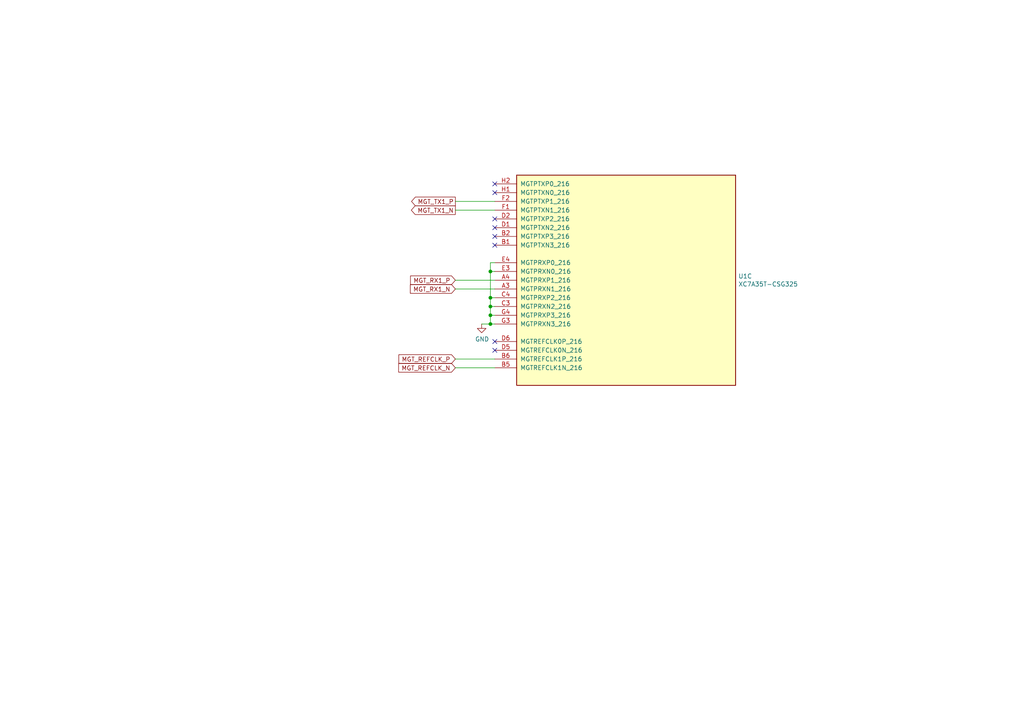
<source format=kicad_sch>
(kicad_sch (version 20211123) (generator eeschema)
  (paper "A4")
  (lib_symbols
    (symbol "fmc:XC7A35T-CSG325" (pin_names (offset 1.016))
      (property "Reference" "U" (at 0 1.27 0))
      (property "Value" "fmc_XC7A35T-CSG325" (at 0 -1.27 0))
      (symbol "XC7A35T-CSG325_1_1"
        (rectangle (start -44.45 67.31) (end 44.45 -73.66) (stroke (width 0.254)) (fill (type background)))
        (pin bidirectional line (at 50.8 27.94 180) (length 6.35) (name "IO_L5N_T0_AD9N_15") (number "A10"))
        (pin bidirectional line (at 50.8 17.78 180) (length 6.35) (name "IO_L7N_T1_AD2N_15") (number "A12"))
        (pin bidirectional line (at 50.8 15.24 180) (length 6.35) (name "IO_L8P_T1_AD10P_15") (number "A13"))
        (pin bidirectional line (at 50.8 12.7 180) (length 6.35) (name "IO_L8N_T1_AD10N_15") (number "A14"))
        (pin bidirectional line (at 50.8 2.54 180) (length 6.35) (name "IO_L10N_T1_AD11N_15") (number "A15"))
        (pin power_in line (at 25.4 73.66 270) (length 6.35) (name "VCCO_15") (number "A16"))
        (pin bidirectional line (at 50.8 -22.86 180) (length 6.35) (name "IO_L15N_T2_DQS_ADV_B_15") (number "A17"))
        (pin bidirectional line (at 50.8 38.1 180) (length 6.35) (name "IO_L3N_T0_DQS_AD1N_15") (number "A9"))
        (pin bidirectional line (at 50.8 30.48 180) (length 6.35) (name "IO_L5P_T0_AD9P_15") (number "B10"))
        (pin bidirectional line (at 50.8 33.02 180) (length 6.35) (name "IO_L4N_T0_15") (number "B11"))
        (pin bidirectional line (at 50.8 20.32 180) (length 6.35) (name "IO_L7P_T1_AD2P_15") (number "B12"))
        (pin power_in line (at 27.94 73.66 270) (length 6.35) (name "VCCO_15") (number "B13"))
        (pin bidirectional line (at 50.8 5.08 180) (length 6.35) (name "IO_L10P_T1_AD11P_15") (number "B14"))
        (pin bidirectional line (at 50.8 7.62 180) (length 6.35) (name "IO_L9N_T1_DQS_AD3N_15") (number "B15"))
        (pin bidirectional line (at 50.8 -20.32 180) (length 6.35) (name "IO_L15P_T2_DQS_15") (number "B16"))
        (pin bidirectional line (at 50.8 -27.94 180) (length 6.35) (name "IO_L16N_T2_A27_15") (number "B17"))
        (pin bidirectional line (at 50.8 40.64 180) (length 6.35) (name "IO_L3P_T0_DQS_AD1P_15") (number "B9"))
        (pin power_in line (at 30.48 73.66 270) (length 6.35) (name "VCCO_15") (number "C10"))
        (pin bidirectional line (at 50.8 35.56 180) (length 6.35) (name "IO_L4P_T0_15") (number "C11"))
        (pin bidirectional line (at 50.8 22.86 180) (length 6.35) (name "IO_L6N_T0_VREF_15") (number "C12"))
        (pin bidirectional line (at 50.8 -2.54 180) (length 6.35) (name "IO_L11N_T1_SRCC_15") (number "C13"))
        (pin bidirectional line (at 50.8 10.16 180) (length 6.35) (name "IO_L9P_T1_DQS_AD3P_15") (number "C14"))
        (pin bidirectional line (at 50.8 -25.4 180) (length 6.35) (name "IO_L16P_T2_A28_15") (number "C16"))
        (pin bidirectional line (at 50.8 -35.56 180) (length 6.35) (name "IO_L18P_T2_A24_15") (number "C17"))
        (pin bidirectional line (at 50.8 -38.1 180) (length 6.35) (name "IO_L18N_T2_A23_15") (number "C18"))
        (pin bidirectional line (at 50.8 48.26 180) (length 6.35) (name "IO_L1N_T0_AD0N_15") (number "C8"))
        (pin bidirectional line (at 50.8 43.18 180) (length 6.35) (name "IO_L2N_T0_AD8N_15") (number "C9"))
        (pin bidirectional line (at 50.8 53.34 180) (length 6.35) (name "IO_0_15") (number "D10"))
        (pin bidirectional line (at 50.8 25.4 180) (length 6.35) (name "IO_L6P_T0_15") (number "D11"))
        (pin bidirectional line (at 50.8 0 180) (length 6.35) (name "IO_L11P_T1_SRCC_15") (number "D13"))
        (pin bidirectional line (at 50.8 -7.62 180) (length 6.35) (name "IO_L12N_T1_MRCC_15") (number "D14"))
        (pin bidirectional line (at 50.8 -12.7 180) (length 6.35) (name "IO_L13N_T2_MRCC_15") (number "D15"))
        (pin bidirectional line (at 50.8 -17.78 180) (length 6.35) (name "IO_L14N_T2_SRCC_15") (number "D16"))
        (pin power_in line (at 33.02 73.66 270) (length 6.35) (name "VCCO_15") (number "D17"))
        (pin bidirectional line (at 50.8 -33.02 180) (length 6.35) (name "IO_L17N_T2_A25_15") (number "D18"))
        (pin bidirectional line (at 50.8 50.8 180) (length 6.35) (name "IO_L1P_T0_AD0P_15") (number "D8"))
        (pin bidirectional line (at 50.8 45.72 180) (length 6.35) (name "IO_L2P_T0_AD8P_15") (number "D9"))
        (pin bidirectional line (at 50.8 -5.08 180) (length 6.35) (name "IO_L12P_T1_MRCC_15") (number "E13"))
        (pin power_in line (at 35.56 73.66 270) (length 6.35) (name "VCCO_15") (number "E14"))
        (pin bidirectional line (at 50.8 -10.16 180) (length 6.35) (name "IO_L13P_T2_MRCC_15") (number "E15"))
        (pin bidirectional line (at 50.8 -15.24 180) (length 6.35) (name "IO_L14P_T2_SRCC_15") (number "E16"))
        (pin bidirectional line (at 50.8 -30.48 180) (length 6.35) (name "IO_L17P_T2_A26_15") (number "E17"))
        (pin bidirectional line (at 50.8 -68.58 180) (length 6.35) (name "IO_L24N_T3_RS0_15") (number "E18"))
        (pin bidirectional line (at 50.8 -58.42 180) (length 6.35) (name "IO_L22N_T3_A16_15") (number "F14"))
        (pin bidirectional line (at 50.8 -53.34 180) (length 6.35) (name "IO_L21N_T3_DQS_A18_15") (number "F15"))
        (pin bidirectional line (at 50.8 -66.04 180) (length 6.35) (name "IO_L24P_T3_RS1_15") (number "F17"))
        (pin bidirectional line (at 50.8 -43.18 180) (length 6.35) (name "IO_L19N_T3_A21_VREF_15") (number "F18"))
        (pin bidirectional line (at 50.8 -55.88 180) (length 6.35) (name "IO_L22P_T3_A17_15") (number "G14"))
        (pin bidirectional line (at 50.8 -50.8 180) (length 6.35) (name "IO_L21P_T3_DQS_15") (number "G15"))
        (pin bidirectional line (at 50.8 -48.26 180) (length 6.35) (name "IO_L20N_T3_A19_15") (number "G16"))
        (pin bidirectional line (at 50.8 -40.64 180) (length 6.35) (name "IO_L19P_T3_A22_15") (number "G17"))
        (pin power_in line (at 38.1 73.66 270) (length 6.35) (name "VCCO_15") (number "G18"))
        (pin bidirectional line (at 50.8 -71.12 180) (length 6.35) (name "IO_25_15") (number "H14"))
        (pin power_in line (at 40.64 73.66 270) (length 6.35) (name "VCCO_15") (number "H15"))
        (pin bidirectional line (at 50.8 -45.72 180) (length 6.35) (name "IO_L20P_T3_A20_15") (number "H16"))
        (pin bidirectional line (at 50.8 -60.96 180) (length 6.35) (name "IO_L23P_T3_FOE_B_15") (number "H17"))
        (pin bidirectional line (at 50.8 -63.5 180) (length 6.35) (name "IO_L23N_T3_FWE_B_15") (number "H18"))
        (pin bidirectional line (at -50.8 30.48 0) (length 6.35) (name "IO_L5P_T0_D06_14") (number "J14"))
        (pin bidirectional line (at -50.8 45.72 0) (length 6.35) (name "IO_L2P_T0_D02_14") (number "J15"))
        (pin bidirectional line (at -50.8 43.18 0) (length 6.35) (name "IO_L2N_T0_D03_14") (number "J16"))
        (pin bidirectional line (at -50.8 40.64 0) (length 6.35) (name "IO_L3P_T0_DQS_PUDC_B_14") (number "J18"))
        (pin bidirectional line (at -50.8 27.94 0) (length 6.35) (name "IO_L5N_T0_D07_14") (number "K15"))
        (pin bidirectional line (at -50.8 50.8 0) (length 6.35) (name "IO_L1P_T0_D00_MOSI_14") (number "K16"))
        (pin bidirectional line (at -50.8 35.56 0) (length 6.35) (name "IO_L4P_T0_D04_14") (number "K17"))
        (pin bidirectional line (at -50.8 38.1 0) (length 6.35) (name "IO_L3N_T0_DQS_EMCCLK_14") (number "K18"))
        (pin bidirectional line (at -50.8 53.34 0) (length 6.35) (name "IO_0_14") (number "L14"))
        (pin bidirectional line (at -50.8 25.4 0) (length 6.35) (name "IO_L6P_T0_FCS_B_14") (number "L15"))
        (pin power_in line (at -40.64 73.66 270) (length 6.35) (name "VCCO_14") (number "L16"))
        (pin bidirectional line (at -50.8 48.26 0) (length 6.35) (name "IO_L1N_T0_D01_DIN_14") (number "L17"))
        (pin bidirectional line (at -50.8 33.02 0) (length 6.35) (name "IO_L4N_T0_D05_14") (number "L18"))
        (pin bidirectional line (at -50.8 15.24 0) (length 6.35) (name "IO_L8P_T1_D11_14") (number "M14"))
        (pin bidirectional line (at -50.8 22.86 0) (length 6.35) (name "IO_L6N_T0_D08_VREF_14") (number "M15"))
        (pin bidirectional line (at -50.8 20.32 0) (length 6.35) (name "IO_L7P_T1_D09_14") (number "M16"))
        (pin bidirectional line (at -50.8 17.78 0) (length 6.35) (name "IO_L7N_T1_D10_14") (number "M17"))
        (pin bidirectional line (at -50.8 12.7 0) (length 6.35) (name "IO_L8N_T1_D12_14") (number "N14"))
        (pin bidirectional line (at -50.8 10.16 0) (length 6.35) (name "IO_L9P_T1_DQS_14") (number "N16"))
        (pin bidirectional line (at -50.8 7.62 0) (length 6.35) (name "IO_L9N_T1_DQS_D13_14") (number "N17"))
        (pin bidirectional line (at -50.8 5.08 0) (length 6.35) (name "IO_L10P_T1_D14_14") (number "N18"))
        (pin bidirectional line (at -50.8 -5.08 0) (length 6.35) (name "IO_L12P_T1_MRCC_14") (number "P14"))
        (pin bidirectional line (at -50.8 0 0) (length 6.35) (name "IO_L11P_T1_SRCC_14") (number "P15"))
        (pin bidirectional line (at -50.8 -2.54 0) (length 6.35) (name "IO_L11N_T1_SRCC_14") (number "P16"))
        (pin power_in line (at -38.1 73.66 270) (length 6.35) (name "VCCO_14") (number "P17"))
        (pin bidirectional line (at -50.8 2.54 0) (length 6.35) (name "IO_L10N_T1_D15_14") (number "P18"))
        (pin bidirectional line (at -50.8 -40.64 0) (length 6.35) (name "IO_L19P_T3_A10_D26_14") (number "R13"))
        (pin power_in line (at -35.56 73.66 270) (length 6.35) (name "VCCO_14") (number "R14"))
        (pin bidirectional line (at -50.8 -7.62 0) (length 6.35) (name "IO_L12N_T1_MRCC_14") (number "R15"))
        (pin bidirectional line (at -50.8 -15.24 0) (length 6.35) (name "IO_L14P_T2_SRCC_14") (number "R16"))
        (pin bidirectional line (at -50.8 -17.78 0) (length 6.35) (name "IO_L14N_T2_SRCC_14") (number "R17"))
        (pin bidirectional line (at -50.8 -20.32 0) (length 6.35) (name "IO_L15P_T2_DQS_RDWR_B_14") (number "R18"))
        (pin power_in line (at -33.02 73.66 270) (length 6.35) (name "VCCO_14") (number "T11"))
        (pin bidirectional line (at -50.8 -55.88 0) (length 6.35) (name "IO_L22P_T3_A05_D21_14") (number "T12"))
        (pin bidirectional line (at -50.8 -43.18 0) (length 6.35) (name "IO_L19N_T3_A09_D25_VREF_14") (number "T13"))
        (pin bidirectional line (at -50.8 -10.16 0) (length 6.35) (name "IO_L13P_T2_MRCC_14") (number "T14"))
        (pin bidirectional line (at -50.8 -12.7 0) (length 6.35) (name "IO_L13N_T2_MRCC_14") (number "T15"))
        (pin bidirectional line (at -50.8 -25.4 0) (length 6.35) (name "IO_L16P_T2_CSI_B_14") (number "T17"))
        (pin bidirectional line (at -50.8 -22.86 0) (length 6.35) (name "IO_L15N_T2_DQS_DOUT_CSO_B_14") (number "T18"))
        (pin bidirectional line (at -50.8 -71.12 0) (length 6.35) (name "IO_25_14") (number "U10"))
        (pin bidirectional line (at -50.8 -60.96 0) (length 6.35) (name "IO_L23P_T3_A03_D19_14") (number "U11"))
        (pin bidirectional line (at -50.8 -58.42 0) (length 6.35) (name "IO_L22N_T3_A04_D20_14") (number "U12"))
        (pin bidirectional line (at -50.8 -45.72 0) (length 6.35) (name "IO_L20P_T3_A08_D24_14") (number "U14"))
        (pin bidirectional line (at -50.8 -30.48 0) (length 6.35) (name "IO_L17P_T2_A14_D30_14") (number "U15"))
        (pin bidirectional line (at -50.8 -33.02 0) (length 6.35) (name "IO_L17N_T2_A13_D29_14") (number "U16"))
        (pin bidirectional line (at -50.8 -27.94 0) (length 6.35) (name "IO_L16N_T2_A15_D31_14") (number "U17"))
        (pin power_in line (at -27.94 73.66 270) (length 6.35) (name "VCCO_14") (number "U18"))
        (pin power_in line (at -30.48 73.66 270) (length 6.35) (name "VCCO_14") (number "U8"))
        (pin bidirectional line (at -50.8 -66.04 0) (length 6.35) (name "IO_L24P_T3_A01_D17_14") (number "U9"))
        (pin bidirectional line (at -50.8 -63.5 0) (length 6.35) (name "IO_L23N_T3_A02_D18_14") (number "V11"))
        (pin bidirectional line (at -50.8 -50.8 0) (length 6.35) (name "IO_L21P_T3_DQS_14") (number "V12"))
        (pin bidirectional line (at -50.8 -53.34 0) (length 6.35) (name "IO_L21N_T3_DQS_A06_D22_14") (number "V13"))
        (pin bidirectional line (at -50.8 -48.26 0) (length 6.35) (name "IO_L20N_T3_A07_D23_14") (number "V14"))
        (pin power_in line (at -25.4 73.66 270) (length 6.35) (name "VCCO_14") (number "V15"))
        (pin bidirectional line (at -50.8 -35.56 0) (length 6.35) (name "IO_L18P_T2_A12_D28_14") (number "V16"))
        (pin bidirectional line (at -50.8 -38.1 0) (length 6.35) (name "IO_L18N_T2_A11_D27_14") (number "V17"))
        (pin bidirectional line (at -50.8 -68.58 0) (length 6.35) (name "IO_L24N_T3_A00_D16_14") (number "V9"))
      )
      (symbol "XC7A35T-CSG325_2_1"
        (rectangle (start -44.45 67.31) (end 44.45 -73.66) (stroke (width 0.254)) (fill (type background)))
        (pin bidirectional line (at -50.8 43.18 0) (length 6.35) (name "IO_L2N_T0_34") (number "J4"))
        (pin bidirectional line (at -50.8 45.72 0) (length 6.35) (name "IO_L2P_T0_34") (number "J5"))
        (pin bidirectional line (at -50.8 53.34 0) (length 6.35) (name "IO_0_34") (number "J6"))
        (pin bidirectional line (at -50.8 38.1 0) (length 6.35) (name "IO_L3N_T0_DQS_34") (number "K1"))
        (pin bidirectional line (at -50.8 40.64 0) (length 6.35) (name "IO_L3P_T0_DQS_34") (number "K2"))
        (pin bidirectional line (at -50.8 35.56 0) (length 6.35) (name "IO_L4P_T0_34") (number "K3"))
        (pin bidirectional line (at -50.8 48.26 0) (length 6.35) (name "IO_L1N_T0_34") (number "K5"))
        (pin bidirectional line (at -50.8 50.8 0) (length 6.35) (name "IO_L1P_T0_34") (number "K6"))
        (pin bidirectional line (at -50.8 33.02 0) (length 6.35) (name "IO_L4N_T0_34") (number "L2"))
        (pin bidirectional line (at -50.8 27.94 0) (length 6.35) (name "IO_L5N_T0_34") (number "L3"))
        (pin bidirectional line (at -50.8 30.48 0) (length 6.35) (name "IO_L5P_T0_34") (number "L4"))
        (pin bidirectional line (at -50.8 25.4 0) (length 6.35) (name "IO_L6P_T0_34") (number "L5"))
        (pin power_in line (at -40.64 73.66 270) (length 6.35) (name "VCCO_34") (number "L6"))
        (pin bidirectional line (at -50.8 17.78 0) (length 6.35) (name "IO_L7N_T1_34") (number "M1"))
        (pin bidirectional line (at -50.8 20.32 0) (length 6.35) (name "IO_L7P_T1_34") (number "M2"))
        (pin power_in line (at -38.1 73.66 270) (length 6.35) (name "VCCO_34") (number "M3"))
        (pin bidirectional line (at -50.8 5.08 0) (length 6.35) (name "IO_L10P_T1_34") (number "M4"))
        (pin bidirectional line (at -50.8 22.86 0) (length 6.35) (name "IO_L6N_T0_VREF_34") (number "M5"))
        (pin bidirectional line (at -50.8 15.24 0) (length 6.35) (name "IO_L8P_T1_34") (number "M6"))
        (pin bidirectional line (at -50.8 10.16 0) (length 6.35) (name "IO_L9P_T1_DQS_34") (number "N1"))
        (pin bidirectional line (at -50.8 -2.54 0) (length 6.35) (name "IO_L11N_T1_SRCC_34") (number "N2"))
        (pin bidirectional line (at -50.8 0 0) (length 6.35) (name "IO_L11P_T1_SRCC_34") (number "N3"))
        (pin bidirectional line (at -50.8 2.54 0) (length 6.35) (name "IO_L10N_T1_34") (number "N4"))
        (pin bidirectional line (at -50.8 12.7 0) (length 6.35) (name "IO_L8N_T1_34") (number "N6"))
        (pin bidirectional line (at -50.8 7.62 0) (length 6.35) (name "IO_L9N_T1_DQS_34") (number "P1"))
        (pin bidirectional line (at -50.8 -7.62 0) (length 6.35) (name "IO_L12N_T1_MRCC_34") (number "P3"))
        (pin bidirectional line (at -50.8 -5.08 0) (length 6.35) (name "IO_L12P_T1_MRCC_34") (number "P4"))
        (pin bidirectional line (at -50.8 -43.18 0) (length 6.35) (name "IO_L19N_T3_VREF_34") (number "P5"))
        (pin bidirectional line (at -50.8 -40.64 0) (length 6.35) (name "IO_L19P_T3_34") (number "P6"))
        (pin power_in line (at -35.56 73.66 270) (length 6.35) (name "VCCO_34") (number "P7"))
        (pin bidirectional line (at -50.8 -12.7 0) (length 6.35) (name "IO_L13N_T2_MRCC_34") (number "R1"))
        (pin bidirectional line (at -50.8 -10.16 0) (length 6.35) (name "IO_L13P_T2_MRCC_34") (number "R2"))
        (pin bidirectional line (at -50.8 -15.24 0) (length 6.35) (name "IO_L14P_T2_SRCC_34") (number "R3"))
        (pin power_in line (at -33.02 73.66 270) (length 6.35) (name "VCCO_34") (number "R4"))
        (pin bidirectional line (at -50.8 -50.8 0) (length 6.35) (name "IO_L21P_T3_DQS_34") (number "R5"))
        (pin bidirectional line (at -50.8 -71.12 0) (length 6.35) (name "IO_25_34") (number "R6"))
        (pin bidirectional line (at -50.8 -55.88 0) (length 6.35) (name "IO_L22P_T3_34") (number "R7"))
        (pin power_in line (at -30.48 73.66 270) (length 6.35) (name "VCCO_34") (number "T1"))
        (pin bidirectional line (at -50.8 -17.78 0) (length 6.35) (name "IO_L14N_T2_SRCC_34") (number "T2"))
        (pin bidirectional line (at -50.8 -33.02 0) (length 6.35) (name "IO_L17N_T2_34") (number "T3"))
        (pin bidirectional line (at -50.8 -30.48 0) (length 6.35) (name "IO_L17P_T2_34") (number "T4"))
        (pin bidirectional line (at -50.8 -53.34 0) (length 6.35) (name "IO_L21N_T3_DQS_34") (number "T5"))
        (pin bidirectional line (at -50.8 -58.42 0) (length 6.35) (name "IO_L22N_T3_34") (number "T7"))
        (pin bidirectional line (at -50.8 -22.86 0) (length 6.35) (name "IO_L15N_T2_DQS_34") (number "U1"))
        (pin bidirectional line (at -50.8 -20.32 0) (length 6.35) (name "IO_L15P_T2_DQS_34") (number "U2"))
        (pin bidirectional line (at -50.8 -35.56 0) (length 6.35) (name "IO_L18P_T2_34") (number "U4"))
        (pin bidirectional line (at -50.8 -48.26 0) (length 6.35) (name "IO_L20N_T3_34") (number "U5"))
        (pin bidirectional line (at -50.8 -45.72 0) (length 6.35) (name "IO_L20P_T3_34") (number "U6"))
        (pin bidirectional line (at -50.8 -60.96 0) (length 6.35) (name "IO_L23P_T3_34") (number "U7"))
        (pin bidirectional line (at -50.8 -27.94 0) (length 6.35) (name "IO_L16N_T2_34") (number "V2"))
        (pin bidirectional line (at -50.8 -25.4 0) (length 6.35) (name "IO_L16P_T2_34") (number "V3"))
        (pin bidirectional line (at -50.8 -38.1 0) (length 6.35) (name "IO_L18N_T2_34") (number "V4"))
        (pin power_in line (at -27.94 73.66 270) (length 6.35) (name "VCCO_34") (number "V5"))
        (pin bidirectional line (at -50.8 -63.5 0) (length 6.35) (name "IO_L23N_T3_34") (number "V6"))
        (pin bidirectional line (at -50.8 -68.58 0) (length 6.35) (name "IO_L24N_T3_34") (number "V7"))
        (pin bidirectional line (at -50.8 -66.04 0) (length 6.35) (name "IO_L24P_T3_34") (number "V8"))
      )
      (symbol "XC7A35T-CSG325_3_1"
        (rectangle (start -31.75 30.48) (end 31.75 -30.48) (stroke (width 0.254)) (fill (type background)))
        (pin input line (at -38.1 -2.54 0) (length 6.35) (name "MGTPRXN1_216") (number "A3"))
        (pin input line (at -38.1 0 0) (length 6.35) (name "MGTPRXP1_216") (number "A4"))
        (pin output line (at -38.1 10.16 0) (length 6.35) (name "MGTPTXN3_216") (number "B1"))
        (pin output line (at -38.1 12.7 0) (length 6.35) (name "MGTPTXP3_216") (number "B2"))
        (pin input line (at -38.1 -25.4 0) (length 6.35) (name "MGTREFCLK1N_216") (number "B5"))
        (pin input line (at -38.1 -22.86 0) (length 6.35) (name "MGTREFCLK1P_216") (number "B6"))
        (pin input line (at -38.1 -7.62 0) (length 6.35) (name "MGTPRXN2_216") (number "C3"))
        (pin input line (at -38.1 -5.08 0) (length 6.35) (name "MGTPRXP2_216") (number "C4"))
        (pin output line (at -38.1 15.24 0) (length 6.35) (name "MGTPTXN2_216") (number "D1"))
        (pin output line (at -38.1 17.78 0) (length 6.35) (name "MGTPTXP2_216") (number "D2"))
        (pin input line (at -38.1 -20.32 0) (length 6.35) (name "MGTREFCLK0N_216") (number "D5"))
        (pin input line (at -38.1 -17.78 0) (length 6.35) (name "MGTREFCLK0P_216") (number "D6"))
        (pin input line (at -38.1 2.54 0) (length 6.35) (name "MGTPRXN0_216") (number "E3"))
        (pin input line (at -38.1 5.08 0) (length 6.35) (name "MGTPRXP0_216") (number "E4"))
        (pin output line (at -38.1 20.32 0) (length 6.35) (name "MGTPTXN1_216") (number "F1"))
        (pin output line (at -38.1 22.86 0) (length 6.35) (name "MGTPTXP1_216") (number "F2"))
        (pin input line (at -38.1 -12.7 0) (length 6.35) (name "MGTPRXN3_216") (number "G3"))
        (pin input line (at -38.1 -10.16 0) (length 6.35) (name "MGTPRXP3_216") (number "G4"))
        (pin output line (at -38.1 25.4 0) (length 6.35) (name "MGTPTXN0_216") (number "H1"))
        (pin output line (at -38.1 27.94 0) (length 6.35) (name "MGTPTXP0_216") (number "H2"))
      )
      (symbol "XC7A35T-CSG325_4_1"
        (rectangle (start -31.75 10.16) (end 31.75 -10.16) (stroke (width 0.254)) (fill (type background)))
        (pin power_in line (at 38.1 7.62 180) (length 6.35) (name "MGTAVTT") (number "A2"))
        (pin power_in line (at 38.1 -7.62 180) (length 6.35) (name "MGTRREF_216") (number "A6"))
        (pin power_in line (at -38.1 7.62 0) (length 6.35) (name "MGTAVCC") (number "B4"))
        (pin power_in line (at 38.1 5.08 180) (length 6.35) (name "MGTAVTT") (number "C1"))
        (pin power_in line (at -38.1 5.08 0) (length 6.35) (name "MGTAVCC") (number "C5"))
        (pin power_in line (at 38.1 2.54 180) (length 6.35) (name "MGTAVTT") (number "E1"))
        (pin power_in line (at -38.1 2.54 0) (length 6.35) (name "MGTAVCC") (number "E5"))
        (pin power_in line (at 38.1 0 180) (length 6.35) (name "MGTAVTT") (number "F3"))
        (pin power_in line (at -38.1 0 0) (length 6.35) (name "MGTAVCC") (number "F5"))
        (pin power_in line (at 38.1 -2.54 180) (length 6.35) (name "MGTAVTT") (number "G2"))
      )
      (symbol "XC7A35T-CSG325_5_1"
        (rectangle (start -31.75 34.29) (end 31.75 -40.64) (stroke (width 0.254)) (fill (type background)))
        (pin power_in line (at 25.4 40.64 270) (length 6.35) (name "VCCO_0") (number "E10"))
        (pin input line (at 38.1 -15.24 180) (length 6.35) (name "CFGBVS_0") (number "E12"))
        (pin output line (at 38.1 7.62 180) (length 6.35) (name "CCLK_0") (number "E8"))
        (pin bidirectional line (at 38.1 -5.08 180) (length 6.35) (name "DONE_0") (number "F12"))
        (pin input line (at 38.1 0 180) (length 6.35) (name "M2_0") (number "F13"))
        (pin bidirectional line (at 38.1 12.7 180) (length 6.35) (name "TCK_0") (number "F8"))
        (pin input line (at 38.1 -20.32 180) (length 6.35) (name "VP_0") (number "K10"))
        (pin input line (at 38.1 -30.48 180) (length 6.35) (name "VREFN_0") (number "K9"))
        (pin input line (at 38.1 -27.94 180) (length 6.35) (name "VREFP_0") (number "L10"))
        (pin input line (at 38.1 -22.86 180) (length 6.35) (name "VN_0") (number "L9"))
        (pin bidirectional line (at 38.1 -35.56 180) (length 6.35) (name "DXP_0") (number "M10"))
        (pin bidirectional line (at 38.1 -38.1 180) (length 6.35) (name "DXN_0") (number "M9"))
        (pin bidirectional line (at 38.1 -10.16 180) (length 6.35) (name "PROGRAM_B_0") (number "P10"))
        (pin power_in line (at 27.94 40.64 270) (length 6.35) (name "VCCO_0") (number "R10"))
        (pin input line (at 38.1 2.54 180) (length 6.35) (name "M1_0") (number "R11"))
        (pin input line (at 38.1 5.08 180) (length 6.35) (name "M0_0") (number "R12"))
        (pin bidirectional line (at 38.1 15.24 180) (length 6.35) (name "TMS_0") (number "R8"))
        (pin bidirectional line (at 38.1 -7.62 180) (length 6.35) (name "INIT_B_0") (number "T10"))
        (pin bidirectional line (at 38.1 17.78 180) (length 6.35) (name "TDO_0") (number "T8"))
        (pin bidirectional line (at 38.1 20.32 180) (length 6.35) (name "TDI_0") (number "T9"))
      )
      (symbol "XC7A35T-CSG325_6_1"
        (rectangle (start -19.05 73.66) (end 19.05 -73.66) (stroke (width 0.254)) (fill (type background)))
        (pin power_in line (at -25.4 22.86 0) (length 6.35) (name "GND") (number "A1"))
        (pin power_in line (at -25.4 12.7 0) (length 6.35) (name "GND") (number "A11"))
        (pin power_in line (at -25.4 10.16 0) (length 6.35) (name "GND") (number "A18"))
        (pin power_in line (at -25.4 20.32 0) (length 6.35) (name "GND") (number "A5"))
        (pin power_in line (at -25.4 17.78 0) (length 6.35) (name "GND") (number "A7"))
        (pin power_in line (at -25.4 15.24 0) (length 6.35) (name "GND") (number "A8"))
        (pin power_in line (at -25.4 0 0) (length 6.35) (name "GND") (number "B18"))
        (pin power_in line (at -25.4 7.62 0) (length 6.35) (name "GND") (number "B3"))
        (pin power_in line (at -25.4 5.08 0) (length 6.35) (name "GND") (number "B7"))
        (pin power_in line (at -25.4 2.54 0) (length 6.35) (name "GND") (number "B8"))
        (pin power_in line (at -25.4 -10.16 0) (length 6.35) (name "GND") (number "C15"))
        (pin power_in line (at -25.4 -2.54 0) (length 6.35) (name "GND") (number "C2"))
        (pin power_in line (at -25.4 -5.08 0) (length 6.35) (name "GND") (number "C6"))
        (pin power_in line (at -25.4 -7.62 0) (length 6.35) (name "GND") (number "C7"))
        (pin power_in line (at -25.4 -20.32 0) (length 6.35) (name "GND") (number "D12"))
        (pin power_in line (at -25.4 -12.7 0) (length 6.35) (name "GND") (number "D3"))
        (pin power_in line (at -25.4 -15.24 0) (length 6.35) (name "GND") (number "D4"))
        (pin power_in line (at -25.4 -17.78 0) (length 6.35) (name "GND") (number "D7"))
        (pin power_in line (at -25.4 50.8 0) (length 6.35) (name "VCCBATT_0") (number "E11"))
        (pin power_in line (at -25.4 -22.86 0) (length 6.35) (name "GND") (number "E2"))
        (pin power_in line (at -25.4 -25.4 0) (length 6.35) (name "GND") (number "E6"))
        (pin power_in line (at -25.4 -27.94 0) (length 6.35) (name "GND") (number "E7"))
        (pin power_in line (at -25.4 -30.48 0) (length 6.35) (name "GND") (number "E9"))
        (pin power_in line (at -25.4 -38.1 0) (length 6.35) (name "GND") (number "F10"))
        (pin power_in line (at -25.4 48.26 0) (length 6.35) (name "VCCBRAM") (number "F11"))
        (pin power_in line (at -25.4 -40.64 0) (length 6.35) (name "GND") (number "F16"))
        (pin power_in line (at -25.4 -33.02 0) (length 6.35) (name "GND") (number "F4"))
        (pin power_in line (at -25.4 -35.56 0) (length 6.35) (name "GND") (number "F6"))
        (pin power_in line (at 25.4 71.12 180) (length 6.35) (name "VCCINT") (number "F7"))
        (pin power_in line (at 25.4 68.58 180) (length 6.35) (name "VCCINT") (number "F9"))
        (pin power_in line (at -25.4 -43.18 0) (length 6.35) (name "GND") (number "G1"))
        (pin power_in line (at -25.4 45.72 0) (length 6.35) (name "VCCBRAM") (number "G10"))
        (pin power_in line (at -25.4 -55.88 0) (length 6.35) (name "GND") (number "G11"))
        (pin power_in line (at -25.4 71.12 0) (length 6.35) (name "VCCAUX") (number "G12"))
        (pin power_in line (at -25.4 -58.42 0) (length 6.35) (name "GND") (number "G13"))
        (pin power_in line (at -25.4 -45.72 0) (length 6.35) (name "GND") (number "G5"))
        (pin power_in line (at -25.4 -48.26 0) (length 6.35) (name "GND") (number "G6"))
        (pin power_in line (at -25.4 -50.8 0) (length 6.35) (name "GND") (number "G7"))
        (pin power_in line (at 25.4 66.04 180) (length 6.35) (name "VCCINT") (number "G8"))
        (pin power_in line (at -25.4 -53.34 0) (length 6.35) (name "GND") (number "G9"))
        (pin power_in line (at 25.4 20.32 180) (length 6.35) (name "GND") (number "H10"))
        (pin power_in line (at -25.4 43.18 0) (length 6.35) (name "VCCBRAM") (number "H11"))
        (pin power_in line (at 25.4 17.78 180) (length 6.35) (name "GND") (number "H12"))
        (pin power_in line (at -25.4 68.58 0) (length 6.35) (name "VCCAUX") (number "H13"))
        (pin power_in line (at -25.4 -60.96 0) (length 6.35) (name "GND") (number "H3"))
        (pin power_in line (at -25.4 -63.5 0) (length 6.35) (name "GND") (number "H4"))
        (pin power_in line (at -25.4 -66.04 0) (length 6.35) (name "GND") (number "H5"))
        (pin power_in line (at -25.4 -68.58 0) (length 6.35) (name "GND") (number "H6"))
        (pin power_in line (at 25.4 63.5 180) (length 6.35) (name "VCCINT") (number "H7"))
        (pin power_in line (at -25.4 -71.12 0) (length 6.35) (name "GND") (number "H8"))
        (pin power_in line (at 25.4 60.96 180) (length 6.35) (name "VCCINT") (number "H9"))
        (pin power_in line (at 25.4 15.24 180) (length 6.35) (name "GND") (number "J1"))
        (pin power_in line (at -25.4 53.34 0) (length 6.35) (name "VCCADC_0") (number "J10"))
        (pin power_in line (at 25.4 5.08 180) (length 6.35) (name "GND") (number "J11"))
        (pin power_in line (at 25.4 55.88 180) (length 6.35) (name "VCCINT") (number "J12"))
        (pin power_in line (at 25.4 2.54 180) (length 6.35) (name "GND") (number "J13"))
        (pin power_in line (at 25.4 0 180) (length 6.35) (name "GND") (number "J17"))
        (pin power_in line (at 25.4 12.7 180) (length 6.35) (name "GND") (number "J2"))
        (pin power_in line (at 25.4 10.16 180) (length 6.35) (name "GND") (number "J3"))
        (pin power_in line (at 25.4 7.62 180) (length 6.35) (name "GND") (number "J7"))
        (pin power_in line (at 25.4 58.42 180) (length 6.35) (name "VCCINT") (number "J8"))
        (pin power_in line (at -25.4 55.88 0) (length 6.35) (name "GNDADC_0") (number "J9"))
        (pin power_in line (at 25.4 50.8 180) (length 6.35) (name "VCCINT") (number "K11"))
        (pin power_in line (at 25.4 -7.62 180) (length 6.35) (name "GND") (number "K12"))
        (pin power_in line (at -25.4 66.04 0) (length 6.35) (name "VCCAUX") (number "K13"))
        (pin power_in line (at 25.4 -10.16 180) (length 6.35) (name "GND") (number "K14"))
        (pin power_in line (at 25.4 -2.54 180) (length 6.35) (name "GND") (number "K4"))
        (pin power_in line (at 25.4 53.34 180) (length 6.35) (name "VCCINT") (number "K7"))
        (pin power_in line (at 25.4 -5.08 180) (length 6.35) (name "GND") (number "K8"))
        (pin power_in line (at 25.4 -12.7 180) (length 6.35) (name "GND") (number "L1"))
        (pin power_in line (at 25.4 -17.78 180) (length 6.35) (name "GND") (number "L11"))
        (pin power_in line (at 25.4 45.72 180) (length 6.35) (name "VCCINT") (number "L12"))
        (pin power_in line (at 25.4 -20.32 180) (length 6.35) (name "GND") (number "L13"))
        (pin power_in line (at 25.4 -15.24 180) (length 6.35) (name "GND") (number "L7"))
        (pin power_in line (at 25.4 48.26 180) (length 6.35) (name "VCCINT") (number "L8"))
        (pin power_in line (at 25.4 40.64 180) (length 6.35) (name "VCCINT") (number "M11"))
        (pin power_in line (at 25.4 -25.4 180) (length 6.35) (name "GND") (number "M12"))
        (pin power_in line (at -25.4 63.5 0) (length 6.35) (name "VCCAUX") (number "M13"))
        (pin power_in line (at 25.4 -27.94 180) (length 6.35) (name "GND") (number "M18"))
        (pin power_in line (at 25.4 43.18 180) (length 6.35) (name "VCCINT") (number "M7"))
        (pin power_in line (at 25.4 -22.86 180) (length 6.35) (name "GND") (number "M8"))
        (pin power_in line (at 25.4 35.56 180) (length 6.35) (name "VCCINT") (number "N10"))
        (pin power_in line (at 25.4 -38.1 180) (length 6.35) (name "GND") (number "N11"))
        (pin power_in line (at 25.4 33.02 180) (length 6.35) (name "VCCINT") (number "N12"))
        (pin power_in line (at 25.4 -40.64 180) (length 6.35) (name "GND") (number "N13"))
        (pin power_in line (at 25.4 -43.18 180) (length 6.35) (name "GND") (number "N15"))
        (pin power_in line (at 25.4 -30.48 180) (length 6.35) (name "GND") (number "N5"))
        (pin power_in line (at 25.4 -33.02 180) (length 6.35) (name "GND") (number "N7"))
        (pin power_in line (at 25.4 38.1 180) (length 6.35) (name "VCCINT") (number "N8"))
        (pin power_in line (at 25.4 -35.56 180) (length 6.35) (name "GND") (number "N9"))
        (pin power_in line (at 25.4 27.94 180) (length 6.35) (name "VCCINT") (number "P11"))
        (pin power_in line (at 25.4 -50.8 180) (length 6.35) (name "GND") (number "P12"))
        (pin power_in line (at -25.4 60.96 0) (length 6.35) (name "VCCAUX") (number "P13"))
        (pin power_in line (at 25.4 -45.72 180) (length 6.35) (name "GND") (number "P2"))
        (pin power_in line (at 25.4 -48.26 180) (length 6.35) (name "GND") (number "P8"))
        (pin power_in line (at 25.4 30.48 180) (length 6.35) (name "VCCINT") (number "P9"))
        (pin power_in line (at 25.4 -53.34 180) (length 6.35) (name "GND") (number "R9"))
        (pin power_in line (at 25.4 -58.42 180) (length 6.35) (name "GND") (number "T16"))
        (pin power_in line (at 25.4 -55.88 180) (length 6.35) (name "GND") (number "T6"))
        (pin power_in line (at 25.4 -63.5 180) (length 6.35) (name "GND") (number "U13"))
        (pin power_in line (at 25.4 -60.96 180) (length 6.35) (name "GND") (number "U3"))
        (pin power_in line (at 25.4 -66.04 180) (length 6.35) (name "GND") (number "V1"))
        (pin power_in line (at 25.4 -68.58 180) (length 6.35) (name "GND") (number "V10"))
        (pin power_in line (at 25.4 -71.12 180) (length 6.35) (name "GND") (number "V18"))
      )
    )
    (symbol "power:GND" (power) (pin_names (offset 0))
      (property "Value" "GND" (at 0 -3.81 0))
      (symbol "GND_0_1"
        (polyline (pts (xy 0 0) (xy 0 -1.27) (xy 1.27 -1.27) (xy 0 -2.54) (xy -1.27 -1.27) (xy 0 -1.27)))
      )
      (symbol "GND_1_1"
        (pin power_in line (at 0 0 270) (length 0) hide (name "GND") (number "1"))
      )
    )
  )
  (junction (at 142.24 91.44))
  (junction (at 142.24 78.74))
  (junction (at 142.24 88.9))
  (junction (at 142.24 86.36))
  (junction (at 142.24 93.98))
  (no_connect (at 143.51 99.06))
  (no_connect (at 143.51 53.34))
  (no_connect (at 143.51 63.5))
  (no_connect (at 143.51 68.58))
  (no_connect (at 143.51 55.88))
  (no_connect (at 143.51 66.04))
  (no_connect (at 143.51 71.12))
  (no_connect (at 143.51 101.6))
  (wire (pts (xy 143.51 60.96) (xy 132.08 60.96)))
  (wire (pts (xy 142.24 93.98) (xy 139.7 93.98)))
  (wire (pts (xy 132.08 81.28) (xy 143.51 81.28)))
  (wire (pts (xy 142.24 88.9) (xy 142.24 91.44)))
  (wire (pts (xy 132.08 83.82) (xy 143.51 83.82)))
  (wire (pts (xy 142.24 78.74) (xy 142.24 86.36)))
  (wire (pts (xy 143.51 76.2) (xy 142.24 76.2)))
  (wire (pts (xy 143.51 91.44) (xy 142.24 91.44)))
  (wire (pts (xy 132.08 104.14) (xy 143.51 104.14)))
  (wire (pts (xy 143.51 86.36) (xy 142.24 86.36)))
  (wire (pts (xy 143.51 88.9) (xy 142.24 88.9)))
  (wire (pts (xy 142.24 86.36) (xy 142.24 88.9)))
  (wire (pts (xy 143.51 78.74) (xy 142.24 78.74)))
  (wire (pts (xy 143.51 58.42) (xy 132.08 58.42)))
  (wire (pts (xy 143.51 93.98) (xy 142.24 93.98)))
  (wire (pts (xy 142.24 76.2) (xy 142.24 78.74)))
  (wire (pts (xy 132.08 106.68) (xy 143.51 106.68)))
  (wire (pts (xy 142.24 91.44) (xy 142.24 93.98)))
  (global_label "MGT_REFCLK_N" (shape input) (at 132.08 106.68 180) (property "Intersheet References" "${INTERSHEET_REFS}" (effects hide)))
  (global_label "MGT_RX1_P" (shape input) (at 132.08 81.28 180) (property "Intersheet References" "${INTERSHEET_REFS}" (effects hide)))
  (global_label "MGT_TX1_P" (shape output) (at 132.08 58.42 180) (property "Intersheet References" "${INTERSHEET_REFS}" (effects hide)))
  (global_label "MGT_TX1_N" (shape output) (at 132.08 60.96 180) (property "Intersheet References" "${INTERSHEET_REFS}" (effects hide)))
  (global_label "MGT_RX1_N" (shape input) (at 132.08 83.82 180) (property "Intersheet References" "${INTERSHEET_REFS}" (effects hide)))
  (global_label "MGT_REFCLK_P" (shape input) (at 132.08 104.14 180) (property "Intersheet References" "${INTERSHEET_REFS}" (effects hide)))
  (symbol (lib_id "fmc:XC7A35T-CSG325") (at 181.61 81.28 0) (unit 3)
    (property "Reference" "U1" (at 214.122 80.1116 0) (effects (justify left)))
    (property "Value" "XC7A35T-CSG325" (at 214.122 82.423 0) (effects (justify left)))
    (property "Footprint" "Package_BGA:Xilinx_CSG325" (effects hide))
  )
  (symbol (lib_id "power:GND") (at 139.7 93.98 0) (unit 1)
    (property "Reference" "#PWR?" (effects hide))
    (property "Value" "GND" (at 139.827 98.3742 0))
  )
)
</source>
